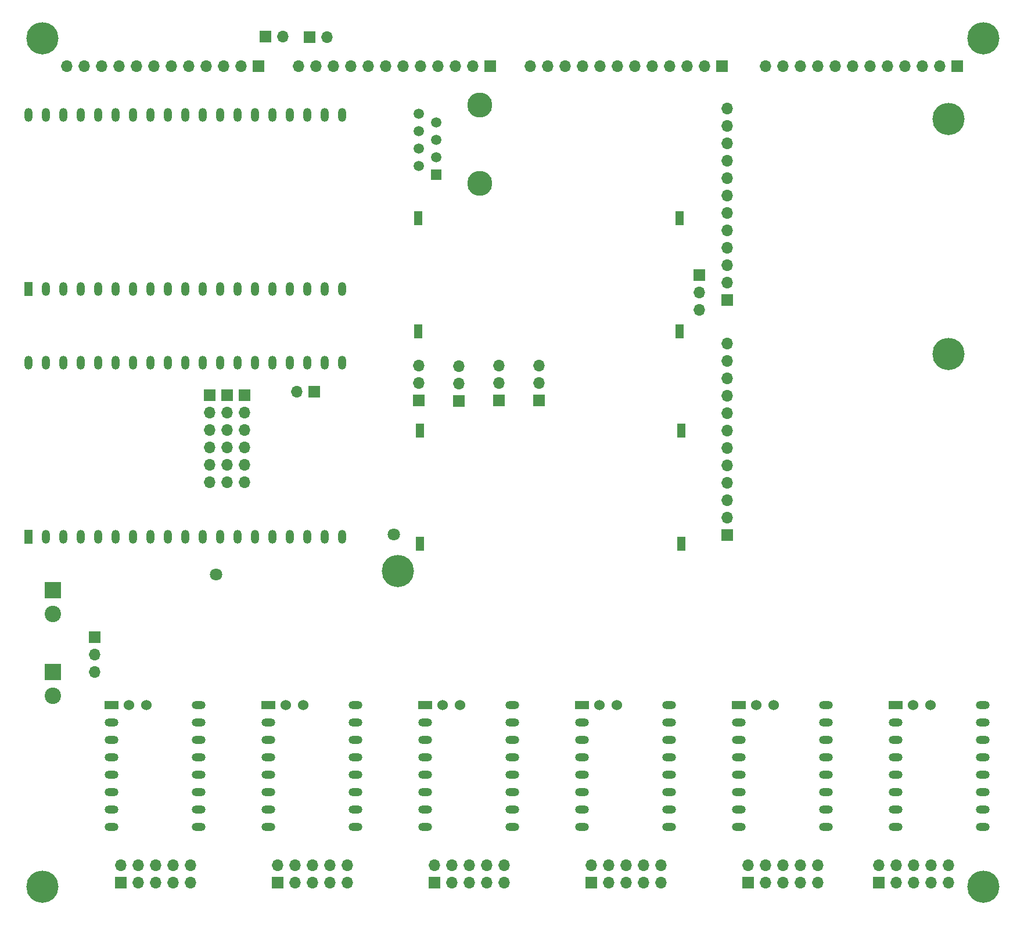
<source format=gbs>
G04 #@! TF.GenerationSoftware,KiCad,Pcbnew,(6.0.0)*
G04 #@! TF.CreationDate,2022-02-08T09:03:49-06:00*
G04 #@! TF.ProjectId,Main Board V1,4d61696e-2042-46f6-9172-642056312e6b,rev?*
G04 #@! TF.SameCoordinates,Original*
G04 #@! TF.FileFunction,Soldermask,Bot*
G04 #@! TF.FilePolarity,Negative*
%FSLAX46Y46*%
G04 Gerber Fmt 4.6, Leading zero omitted, Abs format (unit mm)*
G04 Created by KiCad (PCBNEW (6.0.0)) date 2022-02-08 09:03:49*
%MOMM*%
%LPD*%
G01*
G04 APERTURE LIST*
%ADD10R,1.700000X1.700000*%
%ADD11O,1.700000X1.700000*%
%ADD12R,2.400000X2.400000*%
%ADD13C,2.400000*%
%ADD14R,1.200000X2.000000*%
%ADD15O,1.200000X2.000000*%
%ADD16R,2.000000X1.200000*%
%ADD17O,2.000000X1.200000*%
%ADD18C,1.524000*%
%ADD19C,3.100000*%
%ADD20C,4.700000*%
%ADD21C,4.700001*%
%ADD22C,3.650000*%
%ADD23R,1.500000X1.500000*%
%ADD24C,1.500000*%
%ADD25C,1.800000*%
G04 APERTURE END LIST*
D10*
X164592000Y-101727000D03*
D11*
X164592000Y-99187000D03*
X164592000Y-96647000D03*
X164592000Y-94107000D03*
X164592000Y-91567000D03*
X164592000Y-89027000D03*
X164592000Y-86487000D03*
X164592000Y-83947000D03*
X164592000Y-81407000D03*
X164592000Y-78867000D03*
X164592000Y-76327000D03*
X164592000Y-73787000D03*
D12*
X66294000Y-109728000D03*
D13*
X66294000Y-113228000D03*
D10*
X130048000Y-33274000D03*
D11*
X127508000Y-33274000D03*
X124968000Y-33274000D03*
X122428000Y-33274000D03*
X119888000Y-33274000D03*
X117348000Y-33274000D03*
X114808000Y-33274000D03*
X112268000Y-33274000D03*
X109728000Y-33274000D03*
X107188000Y-33274000D03*
X104648000Y-33274000D03*
X102108000Y-33274000D03*
D10*
X72390000Y-116586000D03*
D11*
X72390000Y-119126000D03*
X72390000Y-121666000D03*
D10*
X164592000Y-67437000D03*
D11*
X164592000Y-64897000D03*
X164592000Y-62357000D03*
X164592000Y-59817000D03*
X164592000Y-57277000D03*
X164592000Y-54737000D03*
X164592000Y-52197000D03*
X164592000Y-49657000D03*
X164592000Y-47117000D03*
X164592000Y-44577000D03*
X164592000Y-42037000D03*
X164592000Y-39497000D03*
D10*
X160528000Y-63754000D03*
D11*
X160528000Y-66294000D03*
X160528000Y-68834000D03*
D10*
X198120000Y-33274000D03*
D11*
X195580000Y-33274000D03*
X193040000Y-33274000D03*
X190500000Y-33274000D03*
X187960000Y-33274000D03*
X185420000Y-33274000D03*
X182880000Y-33274000D03*
X180340000Y-33274000D03*
X177800000Y-33274000D03*
X175260000Y-33274000D03*
X172720000Y-33274000D03*
X170180000Y-33274000D03*
D10*
X119634000Y-82042000D03*
D11*
X119634000Y-79502000D03*
X119634000Y-76962000D03*
D10*
X131318000Y-82042000D03*
D11*
X131318000Y-79502000D03*
X131318000Y-76962000D03*
D10*
X137160000Y-82042000D03*
D11*
X137160000Y-79502000D03*
X137160000Y-76962000D03*
D14*
X119507000Y-55499000D03*
X119507000Y-72009000D03*
X157607000Y-55499000D03*
X157607000Y-72009000D03*
X119761000Y-86487000D03*
X119761000Y-102997000D03*
X157861000Y-86487000D03*
X157861000Y-102997000D03*
X62738000Y-65786000D03*
D15*
X65278000Y-65786000D03*
X67818000Y-65786000D03*
X70358000Y-65786000D03*
X72898000Y-65786000D03*
X75438000Y-65786000D03*
X77978000Y-65786000D03*
X80518000Y-65786000D03*
X83058000Y-65786000D03*
X85598000Y-65786000D03*
X88138000Y-65786000D03*
X90678000Y-65786000D03*
X93218000Y-65786000D03*
X95758000Y-65786000D03*
X98298000Y-65786000D03*
X100838000Y-65786000D03*
X103378000Y-65786000D03*
X105918000Y-65786000D03*
X108458000Y-65786000D03*
X108458000Y-40386000D03*
X105918000Y-40386000D03*
X103378000Y-40386000D03*
X100838000Y-40386000D03*
X98298000Y-40386000D03*
X95758000Y-40386000D03*
X93218000Y-40386000D03*
X90678000Y-40386000D03*
X88138000Y-40386000D03*
X85598000Y-40386000D03*
X83058000Y-40386000D03*
X80518000Y-40386000D03*
X77978000Y-40386000D03*
X75438000Y-40386000D03*
X72898000Y-40386000D03*
X70358000Y-40386000D03*
X67818000Y-40386000D03*
X65278000Y-40386000D03*
X62738000Y-40386000D03*
D14*
X62738000Y-101981000D03*
D15*
X65278000Y-101981000D03*
X67818000Y-101981000D03*
X70358000Y-101981000D03*
X72898000Y-101981000D03*
X75438000Y-101981000D03*
X77978000Y-101981000D03*
X80518000Y-101981000D03*
X83058000Y-101981000D03*
X85598000Y-101981000D03*
X88138000Y-101981000D03*
X90678000Y-101981000D03*
X93218000Y-101981000D03*
X95758000Y-101981000D03*
X98298000Y-101981000D03*
X100838000Y-101981000D03*
X103378000Y-101981000D03*
X105918000Y-101981000D03*
X108458000Y-101981000D03*
X108458000Y-76581000D03*
X105918000Y-76581000D03*
X103378000Y-76581000D03*
X100838000Y-76581000D03*
X98298000Y-76581000D03*
X95758000Y-76581000D03*
X93218000Y-76581000D03*
X90678000Y-76581000D03*
X88138000Y-76581000D03*
X85598000Y-76581000D03*
X83058000Y-76581000D03*
X80518000Y-76581000D03*
X77978000Y-76581000D03*
X75438000Y-76581000D03*
X72898000Y-76581000D03*
X70358000Y-76581000D03*
X67818000Y-76581000D03*
X65278000Y-76581000D03*
X62738000Y-76581000D03*
D16*
X74803000Y-126492000D03*
D17*
X74803000Y-129032000D03*
X74803000Y-131572000D03*
X74803000Y-134112000D03*
X74803000Y-136652000D03*
X74803000Y-139192000D03*
X74803000Y-141732000D03*
X74803000Y-144272000D03*
X87503000Y-144272000D03*
X87503000Y-141732000D03*
X87503000Y-139192000D03*
X87503000Y-136652000D03*
X87503000Y-134112000D03*
X87503000Y-131572000D03*
X87503000Y-129032000D03*
X87503000Y-126492000D03*
D18*
X79883000Y-126492000D03*
X77343000Y-126492000D03*
D16*
X97663000Y-126492000D03*
D17*
X97663000Y-129032000D03*
X97663000Y-131572000D03*
X97663000Y-134112000D03*
X97663000Y-136652000D03*
X97663000Y-139192000D03*
X97663000Y-141732000D03*
X97663000Y-144272000D03*
X110363000Y-144272000D03*
X110363000Y-141732000D03*
X110363000Y-139192000D03*
X110363000Y-136652000D03*
X110363000Y-134112000D03*
X110363000Y-131572000D03*
X110363000Y-129032000D03*
X110363000Y-126492000D03*
D18*
X102743000Y-126492000D03*
X100203000Y-126492000D03*
D16*
X120523000Y-126492000D03*
D17*
X120523000Y-129032000D03*
X120523000Y-131572000D03*
X120523000Y-134112000D03*
X120523000Y-136652000D03*
X120523000Y-139192000D03*
X120523000Y-141732000D03*
X120523000Y-144272000D03*
X133223000Y-144272000D03*
X133223000Y-141732000D03*
X133223000Y-139192000D03*
X133223000Y-136652000D03*
X133223000Y-134112000D03*
X133223000Y-131572000D03*
X133223000Y-129032000D03*
X133223000Y-126492000D03*
D18*
X125603000Y-126492000D03*
X123063000Y-126492000D03*
D16*
X143383000Y-126492000D03*
D17*
X143383000Y-129032000D03*
X143383000Y-131572000D03*
X143383000Y-134112000D03*
X143383000Y-136652000D03*
X143383000Y-139192000D03*
X143383000Y-141732000D03*
X143383000Y-144272000D03*
X156083000Y-144272000D03*
X156083000Y-141732000D03*
X156083000Y-139192000D03*
X156083000Y-136652000D03*
X156083000Y-134112000D03*
X156083000Y-131572000D03*
X156083000Y-129032000D03*
X156083000Y-126492000D03*
D18*
X148463000Y-126492000D03*
X145923000Y-126492000D03*
D16*
X166243000Y-126492000D03*
D17*
X166243000Y-129032000D03*
X166243000Y-131572000D03*
X166243000Y-134112000D03*
X166243000Y-136652000D03*
X166243000Y-139192000D03*
X166243000Y-141732000D03*
X166243000Y-144272000D03*
X178943000Y-144272000D03*
X178943000Y-141732000D03*
X178943000Y-139192000D03*
X178943000Y-136652000D03*
X178943000Y-134112000D03*
X178943000Y-131572000D03*
X178943000Y-129032000D03*
X178943000Y-126492000D03*
D18*
X171323000Y-126492000D03*
X168783000Y-126492000D03*
D16*
X189103000Y-126492000D03*
D17*
X189103000Y-129032000D03*
X189103000Y-131572000D03*
X189103000Y-134112000D03*
X189103000Y-136652000D03*
X189103000Y-139192000D03*
X189103000Y-141732000D03*
X189103000Y-144272000D03*
X201803000Y-144272000D03*
X201803000Y-141732000D03*
X201803000Y-139192000D03*
X201803000Y-136652000D03*
X201803000Y-134112000D03*
X201803000Y-131572000D03*
X201803000Y-129032000D03*
X201803000Y-126492000D03*
D18*
X194183000Y-126492000D03*
X191643000Y-126492000D03*
D12*
X66294000Y-121666000D03*
D13*
X66294000Y-125166000D03*
D10*
X125476000Y-82169000D03*
D11*
X125476000Y-79629000D03*
X125476000Y-77089000D03*
D10*
X96266000Y-33274000D03*
D11*
X93726000Y-33274000D03*
X91186000Y-33274000D03*
X88646000Y-33274000D03*
X86106000Y-33274000D03*
X83566000Y-33274000D03*
X81026000Y-33274000D03*
X78486000Y-33274000D03*
X75946000Y-33274000D03*
X73406000Y-33274000D03*
X70866000Y-33274000D03*
X68326000Y-33274000D03*
D19*
X64770000Y-153035000D03*
D20*
X64770000Y-153035000D03*
D19*
X116586000Y-106934000D03*
D20*
X116586000Y-106934000D03*
D21*
X201930000Y-153035000D03*
D19*
X201930000Y-153035000D03*
D20*
X196850000Y-75311000D03*
D19*
X196850000Y-75311000D03*
D20*
X196850000Y-41021000D03*
D19*
X196850000Y-41021000D03*
X64770000Y-29210000D03*
D20*
X64770000Y-29210000D03*
X201930000Y-29210000D03*
D19*
X201930000Y-29210000D03*
D10*
X76200000Y-152400000D03*
D11*
X76200000Y-149860000D03*
X78740000Y-152400000D03*
X78740000Y-149860000D03*
X81280000Y-152400000D03*
X81280000Y-149860000D03*
X83820000Y-152400000D03*
X83820000Y-149860000D03*
X86360000Y-152400000D03*
X86360000Y-149860000D03*
D10*
X99060000Y-152400000D03*
D11*
X99060000Y-149860000D03*
X101600000Y-152400000D03*
X101600000Y-149860000D03*
X104140000Y-152400000D03*
X104140000Y-149860000D03*
X106680000Y-152400000D03*
X106680000Y-149860000D03*
X109220000Y-152400000D03*
X109220000Y-149860000D03*
D10*
X121920000Y-152400000D03*
D11*
X121920000Y-149860000D03*
X124460000Y-152400000D03*
X124460000Y-149860000D03*
X127000000Y-152400000D03*
X127000000Y-149860000D03*
X129540000Y-152400000D03*
X129540000Y-149860000D03*
X132080000Y-152400000D03*
X132080000Y-149860000D03*
D10*
X144780000Y-152400000D03*
D11*
X144780000Y-149860000D03*
X147320000Y-152400000D03*
X147320000Y-149860000D03*
X149860000Y-152400000D03*
X149860000Y-149860000D03*
X152400000Y-152400000D03*
X152400000Y-149860000D03*
X154940000Y-152400000D03*
X154940000Y-149860000D03*
D10*
X167640000Y-152400000D03*
D11*
X167640000Y-149860000D03*
X170180000Y-152400000D03*
X170180000Y-149860000D03*
X172720000Y-152400000D03*
X172720000Y-149860000D03*
X175260000Y-152400000D03*
X175260000Y-149860000D03*
X177800000Y-152400000D03*
X177800000Y-149860000D03*
D10*
X186690000Y-152400000D03*
D11*
X186690000Y-149860000D03*
X189230000Y-152400000D03*
X189230000Y-149860000D03*
X191770000Y-152400000D03*
X191770000Y-149860000D03*
X194310000Y-152400000D03*
X194310000Y-149860000D03*
X196850000Y-152400000D03*
X196850000Y-149860000D03*
D10*
X163830000Y-33274000D03*
D11*
X161290000Y-33274000D03*
X158750000Y-33274000D03*
X156210000Y-33274000D03*
X153670000Y-33274000D03*
X151130000Y-33274000D03*
X148590000Y-33274000D03*
X146050000Y-33274000D03*
X143510000Y-33274000D03*
X140970000Y-33274000D03*
X138430000Y-33274000D03*
X135890000Y-33274000D03*
D10*
X104394000Y-80772000D03*
D11*
X101854000Y-80772000D03*
D10*
X94234000Y-81280000D03*
D11*
X94234000Y-83820000D03*
X94234000Y-86360000D03*
X94234000Y-88900000D03*
X94234000Y-91440000D03*
X94234000Y-93980000D03*
D10*
X91694000Y-81280000D03*
D11*
X91694000Y-83820000D03*
X91694000Y-86360000D03*
X91694000Y-88900000D03*
X91694000Y-91440000D03*
X91694000Y-93980000D03*
D10*
X89154000Y-81280000D03*
D11*
X89154000Y-83820000D03*
X89154000Y-86360000D03*
X89154000Y-88900000D03*
X89154000Y-91440000D03*
X89154000Y-93980000D03*
D22*
X128500000Y-50430000D03*
X128500000Y-39000000D03*
D23*
X122150000Y-49160000D03*
D24*
X119610000Y-47890000D03*
X122150000Y-46620000D03*
X119610000Y-45350000D03*
X122150000Y-44080000D03*
X119610000Y-42810000D03*
X122150000Y-41540000D03*
X119610000Y-40270000D03*
D10*
X97300000Y-29000000D03*
D11*
X99840000Y-29000000D03*
D10*
X103700000Y-29100000D03*
D11*
X106240000Y-29100000D03*
D25*
X115951000Y-101600000D03*
X90043000Y-107442000D03*
M02*

</source>
